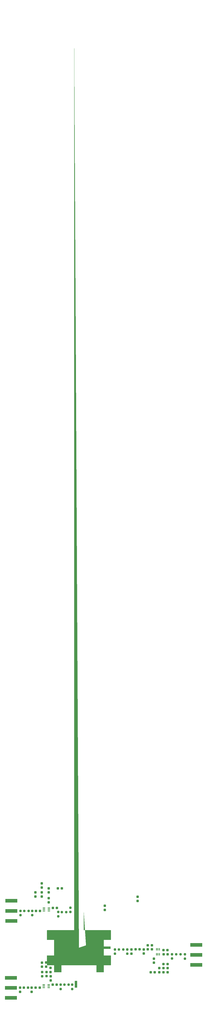
<source format=gtp>
%TF.GenerationSoftware,KiCad,Pcbnew,(6.0.1)*%
%TF.CreationDate,2022-02-10T13:06:39+00:00*%
%TF.ProjectId,TrackingGenerator,54726163-6b69-46e6-9747-656e65726174,rev?*%
%TF.SameCoordinates,Original*%
%TF.FileFunction,Paste,Top*%
%TF.FilePolarity,Positive*%
%FSLAX46Y46*%
G04 Gerber Fmt 4.6, Leading zero omitted, Abs format (unit mm)*
G04 Created by KiCad (PCBNEW (6.0.1)) date 2022-02-10 13:06:39*
%MOMM*%
%LPD*%
G01*
G04 APERTURE LIST*
G04 Aperture macros list*
%AMRoundRect*
0 Rectangle with rounded corners*
0 $1 Rounding radius*
0 $2 $3 $4 $5 $6 $7 $8 $9 X,Y pos of 4 corners*
0 Add a 4 corners polygon primitive as box body*
4,1,4,$2,$3,$4,$5,$6,$7,$8,$9,$2,$3,0*
0 Add four circle primitives for the rounded corners*
1,1,$1+$1,$2,$3*
1,1,$1+$1,$4,$5*
1,1,$1+$1,$6,$7*
1,1,$1+$1,$8,$9*
0 Add four rect primitives between the rounded corners*
20,1,$1+$1,$2,$3,$4,$5,0*
20,1,$1+$1,$4,$5,$6,$7,0*
20,1,$1+$1,$6,$7,$8,$9,0*
20,1,$1+$1,$8,$9,$2,$3,0*%
%AMFreePoly0*
4,1,53,2.042426,15.408426,2.060000,15.366000,2.060000,7.426000,13.541000,7.426000,13.583426,7.408426,13.601000,7.366000,13.601000,3.366000,13.583426,3.323574,13.541000,3.306000,10.601000,3.306000,10.601000,-3.306000,13.541000,-3.306000,13.583426,-3.323574,13.601000,-3.366000,13.601000,-7.366000,13.583426,-7.408426,13.541000,-7.426000,10.601000,-7.426000,10.601000,-10.366000,10.583426,-10.408426,
10.541000,-10.426000,7.541000,-10.426000,7.498574,-10.408426,7.481000,-10.366000,7.481000,-7.426000,-7.481000,-7.426000,-7.481000,-10.366000,-7.498574,-10.408426,-7.541000,-10.426000,-10.541000,-10.426000,-10.583426,-10.408426,-10.601000,-10.366000,-10.601000,-7.426000,-13.541000,-7.426000,-13.583426,-7.408426,-13.601000,-7.366000,-13.601000,-3.366000,-13.583426,-3.323574,-13.541000,-3.306000,-10.601000,-3.306000,
-10.601000,3.306000,-13.541000,3.306000,-13.583426,3.323574,-13.601000,3.366000,-13.601000,7.366000,-13.583426,7.408426,-13.541000,7.426000,-2.060000,7.426000,-2.060000,15.366000,-2.042426,15.408426,-2.000000,15.426000,2.000000,15.426000,2.042426,15.408426,2.042426,15.408426,$1*%
G04 Aperture macros list end*
%ADD10RoundRect,0.237500X-0.237500X0.300000X-0.237500X-0.300000X0.237500X-0.300000X0.237500X0.300000X0*%
%ADD11RoundRect,0.237500X-0.237500X0.250000X-0.237500X-0.250000X0.237500X-0.250000X0.237500X0.250000X0*%
%ADD12RoundRect,0.237500X-0.250000X-0.237500X0.250000X-0.237500X0.250000X0.237500X-0.250000X0.237500X0*%
%ADD13RoundRect,0.237500X0.237500X-0.250000X0.237500X0.250000X-0.237500X0.250000X-0.237500X-0.250000X0*%
%ADD14RoundRect,0.237500X-0.300000X-0.237500X0.300000X-0.237500X0.300000X0.237500X-0.300000X0.237500X0*%
%ADD15RoundRect,0.237500X-0.237500X0.287500X-0.237500X-0.287500X0.237500X-0.287500X0.237500X0.287500X0*%
%ADD16RoundRect,0.237500X0.300000X0.237500X-0.300000X0.237500X-0.300000X-0.237500X0.300000X-0.237500X0*%
%ADD17R,5.080000X1.500000*%
%ADD18RoundRect,0.237500X0.287500X0.237500X-0.287500X0.237500X-0.287500X-0.237500X0.287500X-0.237500X0*%
%ADD19RoundRect,0.237500X0.237500X-0.300000X0.237500X0.300000X-0.237500X0.300000X-0.237500X-0.300000X0*%
%ADD20R,1.000000X3.000000*%
%ADD21FreePoly0,90.000000*%
%ADD22R,3.000000X1.000000*%
%ADD23RoundRect,0.237500X0.237500X-0.287500X0.237500X0.287500X-0.237500X0.287500X-0.237500X-0.287500X0*%
%ADD24R,1.050000X0.400000*%
%ADD25R,0.400000X1.050000*%
%ADD26RoundRect,0.237500X-0.287500X-0.237500X0.287500X-0.237500X0.287500X0.237500X-0.287500X0.237500X0*%
G04 APERTURE END LIST*
D10*
%TO.C,C9*%
X86258400Y-114656700D03*
X86258400Y-116381700D03*
%TD*%
D11*
%TO.C,R14*%
X141647800Y-111100800D03*
X141647800Y-112925800D03*
%TD*%
D12*
%TO.C,R6*%
X94743900Y-93218000D03*
X96568900Y-93218000D03*
%TD*%
D13*
%TO.C,R10*%
X117322600Y-110894500D03*
X117322600Y-109069500D03*
%TD*%
D10*
%TO.C,C5*%
X86309200Y-118669900D03*
X86309200Y-120394900D03*
%TD*%
D14*
%TO.C,C17*%
X131335300Y-109013300D03*
X133060300Y-109013300D03*
%TD*%
D11*
%TO.C,R3*%
X82092800Y-92711900D03*
X82092800Y-94536900D03*
%TD*%
D10*
%TO.C,C10*%
X86207600Y-81077900D03*
X86207600Y-82802900D03*
%TD*%
D15*
%TO.C,L3*%
X89154000Y-87313800D03*
X89154000Y-89063800D03*
%TD*%
D16*
%TO.C,C12*%
X92607300Y-91440000D03*
X90882300Y-91440000D03*
%TD*%
D17*
%TO.C,J4*%
X151937500Y-111350000D03*
X151937500Y-115600000D03*
X151937500Y-107100000D03*
%TD*%
D15*
%TO.C,L5*%
X90017600Y-120435400D03*
X90017600Y-122185400D03*
%TD*%
D18*
%TO.C,L6*%
X127849600Y-109016800D03*
X126099600Y-109016800D03*
%TD*%
D14*
%TO.C,C14*%
X90831500Y-124002800D03*
X92556500Y-124002800D03*
%TD*%
D10*
%TO.C,C23*%
X127000000Y-86767500D03*
X127000000Y-88492500D03*
%TD*%
D14*
%TO.C,C24*%
X132541550Y-118738300D03*
X134266550Y-118738300D03*
%TD*%
D12*
%TO.C,R15*%
X143435300Y-111113300D03*
X145260300Y-111113300D03*
%TD*%
D19*
%TO.C,C21*%
X133897800Y-114675800D03*
X133897800Y-112950800D03*
%TD*%
D11*
%TO.C,R5*%
X94183200Y-124004700D03*
X94183200Y-125829700D03*
%TD*%
D14*
%TO.C,C18*%
X131335300Y-107263300D03*
X133060300Y-107263300D03*
%TD*%
D10*
%TO.C,C20*%
X138004050Y-116975800D03*
X138004050Y-118700800D03*
%TD*%
D12*
%TO.C,R11*%
X119051700Y-109067600D03*
X120876700Y-109067600D03*
%TD*%
D11*
%TO.C,R4*%
X93218000Y-93169100D03*
X93218000Y-94994100D03*
%TD*%
D17*
%TO.C,J1*%
X73202800Y-92710000D03*
X73202800Y-96960000D03*
X73202800Y-88460000D03*
%TD*%
D19*
%TO.C,C15*%
X124333000Y-110825800D03*
X124333000Y-109100800D03*
%TD*%
D18*
%TO.C,L8*%
X139729050Y-115238300D03*
X137979050Y-115238300D03*
%TD*%
D14*
%TO.C,C25*%
X138035300Y-111113300D03*
X139760300Y-111113300D03*
%TD*%
D10*
%TO.C,C2*%
X81889600Y-125273900D03*
X81889600Y-126998900D03*
%TD*%
D14*
%TO.C,C26*%
X137985300Y-109313300D03*
X139710300Y-109313300D03*
%TD*%
D19*
%TO.C,C13*%
X88036400Y-116330900D03*
X88036400Y-114605900D03*
%TD*%
D20*
%TO.C,M1*%
X100757000Y-92831000D03*
D21*
X102018000Y-108331000D03*
D20*
X100757000Y-123831000D03*
D22*
X114018000Y-108331000D03*
%TD*%
D10*
%TO.C,C19*%
X139754050Y-116975800D03*
X139754050Y-118700800D03*
%TD*%
D23*
%TO.C,L7*%
X136204050Y-118713300D03*
X136204050Y-116963300D03*
%TD*%
D12*
%TO.C,R2*%
X78741900Y-92710000D03*
X80566900Y-92710000D03*
%TD*%
D24*
%TO.C,IC2*%
X87037200Y-123962400D03*
X87037200Y-124612400D03*
X87037200Y-125262400D03*
X89137200Y-125262400D03*
X89137200Y-124612400D03*
X89137200Y-123962400D03*
%TD*%
D10*
%TO.C,C16*%
X129590800Y-109068700D03*
X129590800Y-110793700D03*
%TD*%
%TO.C,C8*%
X83464400Y-84887900D03*
X83464400Y-86612900D03*
%TD*%
D14*
%TO.C,C11*%
X93015900Y-83159600D03*
X94740900Y-83159600D03*
%TD*%
D25*
%TO.C,IC3*%
X136297800Y-109013300D03*
X135647800Y-109013300D03*
X134997800Y-109013300D03*
X134997800Y-111113300D03*
X135647800Y-111113300D03*
X136297800Y-111113300D03*
%TD*%
D11*
%TO.C,R8*%
X99110800Y-124004700D03*
X99110800Y-125829700D03*
%TD*%
D26*
%TO.C,L1*%
X78576200Y-125222000D03*
X80326200Y-125222000D03*
%TD*%
D10*
%TO.C,C27*%
X113030000Y-90577500D03*
X113030000Y-92302500D03*
%TD*%
%TO.C,C7*%
X88188800Y-118619100D03*
X88188800Y-120344100D03*
%TD*%
%TO.C,C1*%
X76962000Y-125273900D03*
X76962000Y-126998900D03*
%TD*%
D24*
%TO.C,IC1*%
X87088000Y-91450400D03*
X87088000Y-92100400D03*
X87088000Y-92750400D03*
X89188000Y-92750400D03*
X89188000Y-92100400D03*
X89188000Y-91450400D03*
%TD*%
D11*
%TO.C,R16*%
X147097800Y-111150800D03*
X147097800Y-112975800D03*
%TD*%
D14*
%TO.C,C3*%
X83567100Y-125222000D03*
X85292100Y-125222000D03*
%TD*%
D13*
%TO.C,R9*%
X98374200Y-93190700D03*
X98374200Y-91365700D03*
%TD*%
D10*
%TO.C,C6*%
X86156800Y-84887900D03*
X86156800Y-86612900D03*
%TD*%
D11*
%TO.C,R1*%
X77114400Y-92711900D03*
X77114400Y-94536900D03*
%TD*%
D14*
%TO.C,C4*%
X83719500Y-92760800D03*
X85444500Y-92760800D03*
%TD*%
D15*
%TO.C,L4*%
X89916000Y-116879400D03*
X89916000Y-118629400D03*
%TD*%
D17*
%TO.C,J2*%
X73028100Y-125323600D03*
X73028100Y-129573600D03*
X73028100Y-121073600D03*
%TD*%
D11*
%TO.C,R12*%
X122580400Y-109069500D03*
X122580400Y-110894500D03*
%TD*%
D12*
%TO.C,R7*%
X95810700Y-124002800D03*
X97635700Y-124002800D03*
%TD*%
D15*
%TO.C,L2*%
X89154000Y-83148200D03*
X89154000Y-84898200D03*
%TD*%
M02*

</source>
